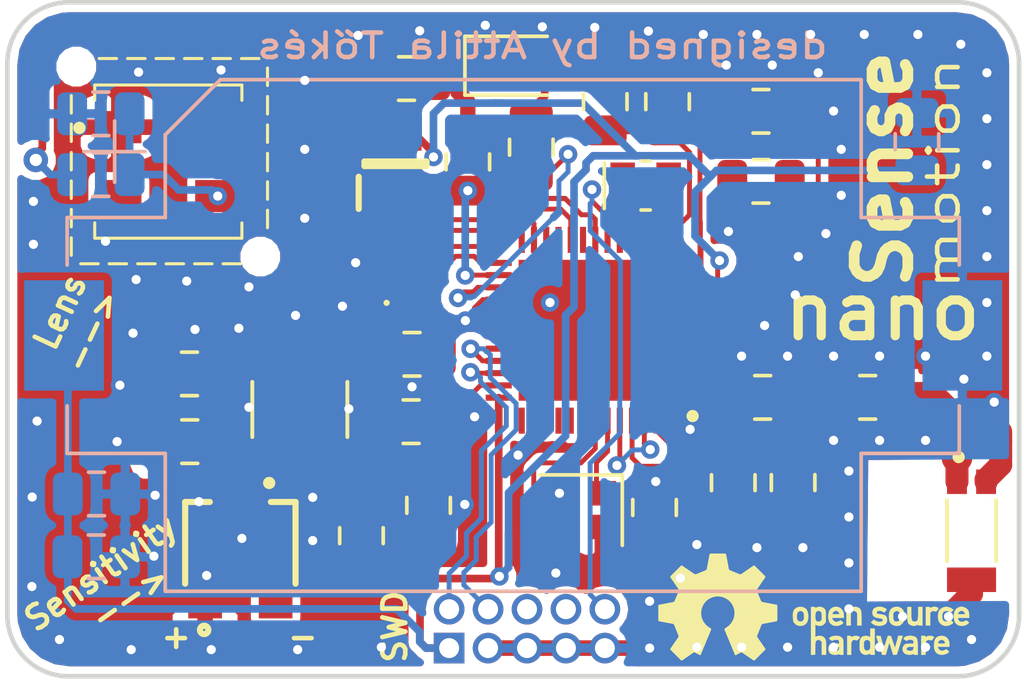
<source format=kicad_pcb>
(kicad_pcb (version 20171130) (host pcbnew 5.0.2-bee76a0~70~ubuntu18.04.1)
  (layers (0 F.Cu signal) (31 B.Cu signal hide) (34 B.Paste user hide) (35 F.Paste user hide) (36 B.SilkS user hide) (37 F.SilkS user) (38 B.Mask user hide) (39 F.Mask user hide) (44 Edge.Cuts user))
  (net 0 "")
  (net 1 GND)
  (net 2 +BATT)
  (net 3 "Net-(C2-Pad1)")
  (net 4 "Net-(C4-Pad1)")
  (net 5 "Net-(C5-Pad1)")
  (net 6 "Net-(C6-Pad1)")
  (net 7 "Net-(C7-Pad1)")
  (net 8 "Net-(C7-Pad2)")
  (net 9 "Net-(C8-Pad1)")
  (net 10 "Net-(C9-Pad1)")
  (net 11 "Net-(C11-Pad1)")
  (net 12 "Net-(C12-Pad1)")
  (net 13 "Net-(C12-Pad2)")
  (net 14 VDDA)
  (net 15 "Net-(IC2-Pad10)")
  (net 16 "Net-(IC1-Pad2)")
  (net 17 "Net-(IC1-Pad3)")
  (net 18 AnalogPowerEnable)
  (net 19 "Net-(IC2-Pad14)")
  (net 20 "Net-(IC2-Pad13)")
  (net 21 "Net-(IC2-Pad44)")
  (net 22 "Net-(IC2-Pad43)")
  (net 23 "Net-(IC2-Pad49)")
  (net 24 "Net-(IC2-Pad45)")
  (net 25 "Net-(IC2-Pad38)")
  (net 26 "Net-(IC2-Pad37)")
  (net 27 "Net-(IC2-Pad32)")
  (net 28 "Net-(IC2-Pad31)")
  (net 29 "Net-(IC2-Pad30)")
  (net 30 "Net-(IC2-Pad29)")
  (net 31 Ready)
  (net 32 "Net-(IC2-Pad24)")
  (net 33 SCL)
  (net 34 "Net-(IC2-Pad22)")
  (net 35 "Net-(IC2-Pad21)")
  (net 36 SDA)
  (net 37 "Net-(IC2-Pad19)")
  (net 38 Alert)
  (net 39 "Net-(IC2-Pad17)")
  (net 40 "Net-(IC2-Pad15)")
  (net 41 "Net-(IC2-Pad11)")
  (net 42 "Net-(IC2-Pad4)")
  (net 43 "Net-(IC2-Pad2)")
  (net 44 "Net-(IC4-Pad6)")
  (net 45 "Net-(AE1-Pad2)")
  (net 46 "Net-(RV1-Pad3)")
  (net 47 "Net-(D1-Pad2)")
  (net 48 "Net-(IC2-Pad27)")
  (net 49 RESET)
  (net 50 SWCLK)
  (net 51 SWDIO)
  (net 52 "Net-(IC2-Pad39)")
  (net 53 "Net-(IC2-Pad40)")
  (net 54 "Net-(IC2-Pad41)")
  (net 55 "Net-(J1-Pad8)")
  (net 56 "Net-(J1-Pad6)")
  (module nanoSense-Motion:jtag-10-pin (layer F.Cu) (at 154.96 53.78 90)
    (fp_text reference J1 hide)
    (fp_text value Conn_02x05_Odd_Even)
    (pad 10 thru_hole oval (at 1.27 5.08 90) (size 1 1) (drill 0.65) (layers *.Cu *.Mask) (net 49 RESET))
    (pad 9 thru_hole oval (at 0 5.08 90) (size 1 1) (drill 0.65) (layers *.Cu *.Mask) (net 1 GND))
    (pad 8 thru_hole oval (at 1.27 3.81 90) (size 1 1) (drill 0.65) (layers *.Cu *.Mask) (net 55 "Net-(J1-Pad8)"))
    (pad 7 thru_hole oval (at 0 3.81 90) (size 1 1) (drill 0.65) (layers *.Cu *.Mask) (net 1 GND))
    (pad 6 thru_hole oval (at 1.27 2.54 90) (size 1 1) (drill 0.65) (layers *.Cu *.Mask) (net 56 "Net-(J1-Pad6)"))
    (pad 5 thru_hole oval (at 0 2.54 90) (size 1 1) (drill 0.65) (layers *.Cu *.Mask) (net 1 GND))
    (pad 4 thru_hole oval (at 1.27 1.27 90) (size 1 1) (drill 0.65) (layers *.Cu *.Mask) (net 50 SWCLK))
    (pad 3 thru_hole oval (at 0 1.27 90) (size 1 1) (drill 0.65) (layers *.Cu *.Mask) (net 1 GND))
    (pad 2 thru_hole oval (at 1.27 0 90) (size 1 1) (drill 0.65) (layers *.Cu *.Mask) (net 51 SWDIO))
    (pad 1 thru_hole rect (at 0 0 90) (size 1 1) (drill 0.65) (layers *.Cu *.Mask) (net 2 +BATT))
  )
  (module nanoSense-Motion:OSHW-Logo_5.7x6mm_SilkScreen_edit (layer F.Cu) (at 163.45 53.2)
    (fp_text reference REF** hide)
    (fp_text value OSHW-Logo_5.7x6mm_SilkScreen_edit hide)
  )
  (module nanoSense-Motion:QFN40P600X600X100-49N (layer F.Cu) (at 159.527322 43.405278 180)
    (fp_text reference IC2 hide)
    (fp_text value NCH-RSL10-101Q48-ABG hide)
    (pad 1 smd rect (at -2.95 -2.2 270) (size 0.2 0.85) (layers F.Cu F.Paste F.Mask) (net 4 "Net-(C4-Pad1)"))
    (pad 2 smd rect (at -2.95 -1.8 270) (size 0.2 0.85) (layers F.Cu F.Paste F.Mask) (net 43 "Net-(IC2-Pad2)"))
    (pad 3 smd rect (at -2.95 -1.4 270) (size 0.2 0.85) (layers F.Cu F.Paste F.Mask) (net 1 GND))
    (pad 4 smd rect (at -2.95 -1 270) (size 0.2 0.85) (layers F.Cu F.Paste F.Mask) (net 42 "Net-(IC2-Pad4)"))
    (pad 5 smd rect (at -2.95 -0.6 270) (size 0.2 0.85) (layers F.Cu F.Paste F.Mask) (net 5 "Net-(C5-Pad1)"))
    (pad 6 smd rect (at -2.95 -0.2 270) (size 0.2 0.85) (layers F.Cu F.Paste F.Mask) (net 7 "Net-(C7-Pad1)"))
    (pad 7 smd rect (at -2.95 0.2 270) (size 0.2 0.85) (layers F.Cu F.Paste F.Mask) (net 8 "Net-(C7-Pad2)"))
    (pad 8 smd rect (at -2.95 0.6 270) (size 0.2 0.85) (layers F.Cu F.Paste F.Mask) (net 1 GND))
    (pad 9 smd rect (at -2.95 1 270) (size 0.2 0.85) (layers F.Cu F.Paste F.Mask) (net 2 +BATT))
    (pad 10 smd rect (at -2.95 1.4 270) (size 0.2 0.85) (layers F.Cu F.Paste F.Mask) (net 15 "Net-(IC2-Pad10)"))
    (pad 11 smd rect (at -2.95 1.8 270) (size 0.2 0.85) (layers F.Cu F.Paste F.Mask) (net 41 "Net-(IC2-Pad11)"))
    (pad 12 smd rect (at -2.95 2.2 270) (size 0.2 0.85) (layers F.Cu F.Paste F.Mask) (net 6 "Net-(C6-Pad1)"))
    (pad 13 smd rect (at -2.2 2.95 180) (size 0.2 0.85) (layers F.Cu F.Paste F.Mask) (net 20 "Net-(IC2-Pad13)"))
    (pad 14 smd rect (at -1.8 2.95 180) (size 0.2 0.85) (layers F.Cu F.Paste F.Mask) (net 19 "Net-(IC2-Pad14)"))
    (pad 15 smd rect (at -1.4 2.95 180) (size 0.2 0.85) (layers F.Cu F.Paste F.Mask) (net 40 "Net-(IC2-Pad15)"))
    (pad 16 smd rect (at -1 2.95 180) (size 0.2 0.85) (layers F.Cu F.Paste F.Mask) (net 49 RESET))
    (pad 17 smd rect (at -0.6 2.95 180) (size 0.2 0.85) (layers F.Cu F.Paste F.Mask) (net 39 "Net-(IC2-Pad17)"))
    (pad 18 smd rect (at -0.2 2.95 180) (size 0.2 0.85) (layers F.Cu F.Paste F.Mask) (net 33 SCL))
    (pad 19 smd rect (at 0.2 2.95 180) (size 0.2 0.85) (layers F.Cu F.Paste F.Mask) (net 37 "Net-(IC2-Pad19)"))
    (pad 20 smd rect (at 0.6 2.95 180) (size 0.2 0.85) (layers F.Cu F.Paste F.Mask) (net 36 SDA))
    (pad 21 smd rect (at 1 2.95 180) (size 0.2 0.85) (layers F.Cu F.Paste F.Mask) (net 35 "Net-(IC2-Pad21)"))
    (pad 22 smd rect (at 1.4 2.95 180) (size 0.2 0.85) (layers F.Cu F.Paste F.Mask) (net 34 "Net-(IC2-Pad22)"))
    (pad 23 smd rect (at 1.8 2.95 180) (size 0.2 0.85) (layers F.Cu F.Paste F.Mask) (net 38 Alert))
    (pad 24 smd rect (at 2.2 2.95 180) (size 0.2 0.85) (layers F.Cu F.Paste F.Mask) (net 32 "Net-(IC2-Pad24)"))
    (pad 25 smd rect (at 2.95 2.2 270) (size 0.2 0.85) (layers F.Cu F.Paste F.Mask) (net 31 Ready))
    (pad 26 smd rect (at 2.95 1.8 270) (size 0.2 0.85) (layers F.Cu F.Paste F.Mask) (net 18 AnalogPowerEnable))
    (pad 27 smd rect (at 2.95 1.4 270) (size 0.2 0.85) (layers F.Cu F.Paste F.Mask) (net 48 "Net-(IC2-Pad27)"))
    (pad 28 smd rect (at 2.95 1 270) (size 0.2 0.85) (layers F.Cu F.Paste F.Mask) (net 1 GND))
    (pad 29 smd rect (at 2.95 0.6 270) (size 0.2 0.85) (layers F.Cu F.Paste F.Mask) (net 30 "Net-(IC2-Pad29)"))
    (pad 30 smd rect (at 2.95 0.2 270) (size 0.2 0.85) (layers F.Cu F.Paste F.Mask) (net 29 "Net-(IC2-Pad30)"))
    (pad 31 smd rect (at 2.95 -0.2 270) (size 0.2 0.85) (layers F.Cu F.Paste F.Mask) (net 28 "Net-(IC2-Pad31)"))
    (pad 32 smd rect (at 2.95 -0.6 270) (size 0.2 0.85) (layers F.Cu F.Paste F.Mask) (net 27 "Net-(IC2-Pad32)"))
    (pad 33 smd rect (at 2.95 -1 270) (size 0.2 0.85) (layers F.Cu F.Paste F.Mask) (net 50 SWCLK))
    (pad 34 smd rect (at 2.95 -1.4 270) (size 0.2 0.85) (layers F.Cu F.Paste F.Mask) (net 51 SWDIO))
    (pad 35 smd rect (at 2.95 -1.8 270) (size 0.2 0.85) (layers F.Cu F.Paste F.Mask) (net 1 GND))
    (pad 36 smd rect (at 2.95 -2.2 270) (size 0.2 0.85) (layers F.Cu F.Paste F.Mask) (net 2 +BATT))
    (pad 37 smd rect (at 2.2 -2.95 180) (size 0.2 0.85) (layers F.Cu F.Paste F.Mask) (net 26 "Net-(IC2-Pad37)"))
    (pad 38 smd rect (at 1.8 -2.95 180) (size 0.2 0.85) (layers F.Cu F.Paste F.Mask) (net 25 "Net-(IC2-Pad38)"))
    (pad 39 smd rect (at 1.4 -2.95 180) (size 0.2 0.85) (layers F.Cu F.Paste F.Mask) (net 52 "Net-(IC2-Pad39)"))
    (pad 40 smd rect (at 1 -2.95 180) (size 0.2 0.85) (layers F.Cu F.Paste F.Mask) (net 53 "Net-(IC2-Pad40)"))
    (pad 41 smd rect (at 0.6 -2.95 180) (size 0.2 0.85) (layers F.Cu F.Paste F.Mask) (net 54 "Net-(IC2-Pad41)"))
    (pad 42 smd rect (at 0.2 -2.95 180) (size 0.2 0.85) (layers F.Cu F.Paste F.Mask) (net 1 GND))
    (pad 43 smd rect (at -0.2 -2.95 180) (size 0.2 0.85) (layers F.Cu F.Paste F.Mask) (net 22 "Net-(IC2-Pad43)"))
    (pad 44 smd rect (at -0.6 -2.95 180) (size 0.2 0.85) (layers F.Cu F.Paste F.Mask) (net 21 "Net-(IC2-Pad44)"))
    (pad 45 smd rect (at -1 -2.95 180) (size 0.2 0.85) (layers F.Cu F.Paste F.Mask) (net 24 "Net-(IC2-Pad45)"))
    (pad 46 smd rect (at -1.4 -2.95 180) (size 0.2 0.85) (layers F.Cu F.Paste F.Mask) (net 1 GND))
    (pad 47 smd rect (at -1.8 -2.95 180) (size 0.2 0.85) (layers F.Cu F.Paste F.Mask) (net 24 "Net-(IC2-Pad45)"))
    (pad 48 smd rect (at -2.2 -2.95 180) (size 0.2 0.85) (layers F.Cu F.Paste F.Mask) (net 9 "Net-(C8-Pad1)"))
    (pad 49 smd rect (at 0 0 180) (size 4.6 4.6) (layers F.Cu F.Paste F.Mask) (net 23 "Net-(IC2-Pad49)"))
  )
  (module nanoSense-Motion:PVG3A (layer F.Cu) (at 148.15 50.71)
    (fp_text reference RV1 hide)
    (fp_text value 2M hide)
    (pad 1 smd rect (at -1.15 1.65 90) (size 0.9 1.1) (layers F.Cu F.Paste F.Mask) (net 1 GND))
    (pad 2 smd rect (at 0 -1.65 90) (size 0.9 1.4) (layers F.Cu F.Paste F.Mask) (net 10 "Net-(C9-Pad1)"))
    (pad 3 smd rect (at 1.15 1.65 90) (size 0.9 1.1) (layers F.Cu F.Paste F.Mask) (net 46 "Net-(RV1-Pad3)"))
  )
  (module nanoSense-Motion:SOT95P280X125-5N (layer F.Cu) (at 150.09 45.99 90)
    (fp_text reference U1 hide)
    (fp_text value BU7265)
    (pad 1 smd rect (at -1.205 -0.95 90) (size 1.31 0.58) (layers F.Cu F.Paste F.Mask) (net 10 "Net-(C9-Pad1)"))
    (pad 2 smd rect (at -1.205 0 90) (size 1.31 0.58) (layers F.Cu F.Paste F.Mask) (net 1 GND))
    (pad 3 smd rect (at -1.205 0.95 90) (size 1.31 0.58) (layers F.Cu F.Paste F.Mask) (net 12 "Net-(C12-Pad1)"))
    (pad 4 smd rect (at 1.205 0.95 90) (size 1.31 0.58) (layers F.Cu F.Paste F.Mask) (net 13 "Net-(C12-Pad2)"))
    (pad 5 smd rect (at 1.205 -0.95 90) (size 1.31 0.58) (layers F.Cu F.Paste F.Mask) (net 14 VDDA))
  )
  (module nanoSense-Motion:SOT65P210X110-6N (layer F.Cu) (at 153.21 37.97 90)
    (fp_text reference IC4 hide)
    (fp_text value SIP32431DR3-T1GE3 hide)
    (pad 1 smd rect (at -0.95 -0.65 180) (size 0.4 1.05) (layers F.Cu F.Paste F.Mask) (net 14 VDDA))
    (pad 2 smd rect (at -0.95 0 180) (size 0.4 1.05) (layers F.Cu F.Paste F.Mask) (net 1 GND))
    (pad 3 smd rect (at -0.95 0.65 180) (size 0.4 1.05) (layers F.Cu F.Paste F.Mask) (net 18 AnalogPowerEnable))
    (pad 4 smd rect (at 0.95 0.65 180) (size 0.4 1.05) (layers F.Cu F.Paste F.Mask) (net 2 +BATT))
    (pad 5 smd rect (at 0.95 0 180) (size 0.4 1.05) (layers F.Cu F.Paste F.Mask) (net 1 GND))
    (pad 6 smd rect (at 0.95 -0.65 180) (size 0.4 1.05) (layers F.Cu F.Paste F.Mask) (net 44 "Net-(IC4-Pad6)"))
  )
  (module nanoSense-Motion:ANTENNA_W3008 (layer F.Cu) (at 172 49.95 90)
    (fp_text reference AE1 hide)
    (fp_text value W3008)
    (pad 1 smd rect (at -1.6 0 90) (size 0.8 1.6) (layers F.Cu F.Paste F.Mask) (net 1 GND))
    (pad 2 smd rect (at 1.6 -0.475 90) (size 0.8 0.65) (layers F.Cu F.Paste F.Mask) (net 45 "Net-(AE1-Pad2)"))
    (pad 1 smd rect (at 1.6 0.475 90) (size 0.8 0.65) (layers F.Cu F.Paste F.Mask) (net 1 GND))
  )
  (module nanoSense-Motion:ADS1018IRUGT (layer F.Cu) (at 153.67 41.31)
    (fp_text reference IC3 hide)
    (fp_text value ADS7142IRUGR hide)
    (pad 1 smd rect (at -0.75 0.64) (size 0.3 0.58) (layers F.Cu F.Paste F.Mask) (net 14 VDDA))
    (pad 2 smd rect (at -0.25 0.64) (size 0.25 0.58) (layers F.Cu F.Paste F.Mask) (net 10 "Net-(C9-Pad1)"))
    (pad 3 smd rect (at 0.25 0.64) (size 0.25 0.58) (layers F.Cu F.Paste F.Mask) (net 13 "Net-(C12-Pad2)"))
    (pad 4 smd rect (at 0.75 0.64) (size 0.3 0.58) (layers F.Cu F.Paste F.Mask) (net 1 GND))
    (pad 5 smd rect (at 0.86 0 90) (size 0.35 0.63) (layers F.Cu F.Paste F.Mask) (net 31 Ready))
    (pad 6 smd rect (at 0.75 -0.64) (size 0.3 0.58) (layers F.Cu F.Paste F.Mask) (net 38 Alert))
    (pad 7 smd rect (at 0.25 -0.64) (size 0.25 0.58) (layers F.Cu F.Paste F.Mask) (net 36 SDA))
    (pad 8 smd rect (at -0.25 -0.64) (size 0.25 0.58) (layers F.Cu F.Paste F.Mask) (net 33 SCL))
    (pad 9 smd rect (at -0.75 -0.64) (size 0.3 0.58) (layers F.Cu F.Paste F.Mask) (net 14 VDDA))
    (pad 10 smd rect (at -0.86 0 90) (size 0.35 0.63) (layers F.Cu F.Paste F.Mask) (net 1 GND))
  )
  (module nanoSense-Motion:PLN82301 (layer F.Cu) (at 145.8 37.9 270)
    (fp_text reference IC1 hide)
    (fp_text value PL-N823-01 hide)
    (pad "" np_thru_hole circle (at -3.1 3 270) (size 0.8 0.8) (drill 0.8) (layers *.Cu))
    (pad "" np_thru_hole circle (at 3.1 -3 270) (size 0.8 0.8) (drill 0.8) (layers *.Cu))
    (pad 1 smd rect (at -1.125 1.613 270) (size 1.05 1.475) (layers F.Cu F.Paste F.Mask) (net 1 GND))
    (pad 2 smd rect (at 1.125 1.613 270) (size 1.05 1.475) (layers F.Cu F.Paste F.Mask) (net 16 "Net-(IC1-Pad2)"))
    (pad 3 smd rect (at 1.125 -1.613 270) (size 1.05 1.475) (layers F.Cu F.Paste F.Mask) (net 17 "Net-(IC1-Pad3)"))
    (pad 4 smd rect (at -1.125 -1.613 270) (size 1.05 1.475) (layers F.Cu F.Paste F.Mask) (net 1 GND))
  )
  (module Battery:BatteryHolder_Keystone_1060_1x2032 (layer B.Cu) (at 157.05 43.575)
    (fp_text reference BT1 hide)
    (fp_text value Battery_Cell)
    (pad 2 smd rect (at 14.65 0 180) (size 2.6 3.6) (layers B.Cu B.Paste B.Mask) (net 1 GND))
    (pad 1 smd rect (at -14.65 0 180) (size 2.6 3.6) (layers B.Cu B.Paste B.Mask) (net 2 +BATT))
  )
  (module Capacitor_SMD:C_0805_2012Metric (layer B.Cu) (at 170.22 37.25 90)
    (fp_text reference C1 hide)
    (fp_text value 4.7uF)
    (pad 1 smd roundrect (at -0.9375 0 90) (size 0.975 1.4) (layers B.Cu B.Paste B.Mask) (net 2 +BATT))
    (pad 2 smd roundrect (at 0.9375 0 90) (size 0.975 1.4) (layers B.Cu B.Paste B.Mask) (net 1 GND))
  )
  (module Capacitor_SMD:C_0805_2012Metric (layer F.Cu) (at 166.18 48.3775 270)
    (fp_text reference C2 hide)
    (fp_text value 2.2pF)
    (pad 1 smd roundrect (at -0.9375 0 270) (size 0.975 1.4) (layers F.Cu F.Paste F.Mask) (net 3 "Net-(C2-Pad1)"))
    (pad 2 smd roundrect (at 0.9375 0 270) (size 0.975 1.4) (layers F.Cu F.Paste F.Mask) (net 1 GND))
  )
  (module Capacitor_SMD:C_0805_2012Metric (layer B.Cu) (at 143.45 50.8)
    (fp_text reference C3 hide)
    (fp_text value 100pF)
    (pad 2 smd roundrect (at 0.9375 0) (size 0.975 1.4) (layers B.Cu B.Paste B.Mask) (net 1 GND))
    (pad 1 smd roundrect (at -0.9375 0) (size 0.975 1.4) (layers B.Cu B.Paste B.Mask) (net 2 +BATT))
  )
  (module Capacitor_SMD:C_0805_2012Metric (layer F.Cu) (at 164.227322 48.380278 270)
    (fp_text reference C4 hide)
    (fp_text value 2.2pF)
    (pad 2 smd roundrect (at 0.9375 0 270) (size 0.975 1.4) (layers F.Cu F.Paste F.Mask) (net 1 GND))
    (pad 1 smd roundrect (at -0.9375 0 270) (size 0.975 1.4) (layers F.Cu F.Paste F.Mask) (net 4 "Net-(C4-Pad1)"))
  )
  (module Capacitor_SMD:C_0805_2012Metric (layer F.Cu) (at 165.132 36.258 180)
    (fp_text reference C5 hide)
    (fp_text value 1uF)
    (pad 1 smd roundrect (at -0.9375 0 180) (size 0.975 1.4) (layers F.Cu F.Paste F.Mask) (net 5 "Net-(C5-Pad1)"))
    (pad 2 smd roundrect (at 0.9375 0 180) (size 0.975 1.4) (layers F.Cu F.Paste F.Mask) (net 1 GND))
  )
  (module Capacitor_SMD:C_0805_2012Metric (layer F.Cu) (at 160.052 35.944 90)
    (fp_text reference C6 hide)
    (fp_text value 4.7uF)
    (pad 1 smd roundrect (at -0.9375 0 90) (size 0.975 1.4) (layers F.Cu F.Paste F.Mask) (net 6 "Net-(C6-Pad1)"))
    (pad 2 smd roundrect (at 0.9375 0 90) (size 0.975 1.4) (layers F.Cu F.Paste F.Mask) (net 1 GND))
  )
  (module Capacitor_SMD:C_0805_2012Metric (layer F.Cu) (at 165.132 38.544 180)
    (fp_text reference C7 hide)
    (fp_text value 1uF)
    (pad 1 smd roundrect (at -0.9375 0 180) (size 0.975 1.4) (layers F.Cu F.Paste F.Mask) (net 7 "Net-(C7-Pad1)"))
    (pad 2 smd roundrect (at 0.9375 0 180) (size 0.975 1.4) (layers F.Cu F.Paste F.Mask) (net 8 "Net-(C7-Pad2)"))
  )
  (module Capacitor_SMD:C_0805_2012Metric (layer F.Cu) (at 161.66 49.19 90)
    (fp_text reference C8 hide)
    (fp_text value 2.2uF)
    (pad 2 smd roundrect (at 0.9375 0 90) (size 0.975 1.4) (layers F.Cu F.Paste F.Mask) (net 1 GND))
    (pad 1 smd roundrect (at -0.9375 0 90) (size 0.975 1.4) (layers F.Cu F.Paste F.Mask) (net 9 "Net-(C8-Pad1)"))
  )
  (module Capacitor_SMD:C_0805_2012Metric (layer F.Cu) (at 146.5 47.04 180)
    (fp_text reference C9 hide)
    (fp_text value 15nF)
    (pad 2 smd roundrect (at 0.9375 0 180) (size 0.975 1.4) (layers F.Cu F.Paste F.Mask) (net 1 GND))
    (pad 1 smd roundrect (at -0.9375 0 180) (size 0.975 1.4) (layers F.Cu F.Paste F.Mask) (net 10 "Net-(C9-Pad1)"))
  )
  (module Capacitor_SMD:C_0805_2012Metric (layer B.Cu) (at 143.458627 48.749007)
    (fp_text reference C10 hide)
    (fp_text value 1uF)
    (pad 2 smd roundrect (at 0.9375 0) (size 0.975 1.4) (layers B.Cu B.Paste B.Mask) (net 1 GND))
    (pad 1 smd roundrect (at -0.9375 0) (size 0.975 1.4) (layers B.Cu B.Paste B.Mask) (net 2 +BATT))
  )
  (module Capacitor_SMD:C_0805_2012Metric (layer F.Cu) (at 152.1 50.11 270)
    (fp_text reference C11 hide)
    (fp_text value 1u)
    (pad 2 smd roundrect (at 0.9375 0 270) (size 0.975 1.4) (layers F.Cu F.Paste F.Mask) (net 1 GND))
    (pad 1 smd roundrect (at -0.9375 0 270) (size 0.975 1.4) (layers F.Cu F.Paste F.Mask) (net 11 "Net-(C11-Pad1)"))
  )
  (module Capacitor_SMD:C_0805_2012Metric (layer F.Cu) (at 153.72 46.39 180)
    (fp_text reference C12 hide)
    (fp_text value 22n)
    (pad 1 smd roundrect (at -0.9375 0 180) (size 0.975 1.4) (layers F.Cu F.Paste F.Mask) (net 12 "Net-(C12-Pad1)"))
    (pad 2 smd roundrect (at 0.9375 0 180) (size 0.975 1.4) (layers F.Cu F.Paste F.Mask) (net 13 "Net-(C12-Pad2)"))
  )
  (module Capacitor_SMD:C_0805_2012Metric (layer F.Cu) (at 153.57 35.19)
    (fp_text reference C13 hide)
    (fp_text value 0.1u)
    (pad 1 smd roundrect (at -0.9375 0) (size 0.975 1.4) (layers F.Cu F.Paste F.Mask) (net 14 VDDA))
    (pad 2 smd roundrect (at 0.9375 0) (size 0.975 1.4) (layers F.Cu F.Paste F.Mask) (net 1 GND))
  )
  (module Inductor_SMD:L_0805_2012Metric (layer F.Cu) (at 168.612322 45.595278)
    (fp_text reference L1 hide)
    (fp_text value 4.0nH)
    (pad 2 smd roundrect (at 0.9375 0) (size 0.975 1.4) (layers F.Cu F.Paste F.Mask) (net 45 "Net-(AE1-Pad2)"))
    (pad 1 smd roundrect (at -0.9375 0) (size 0.975 1.4) (layers F.Cu F.Paste F.Mask) (net 3 "Net-(C2-Pad1)"))
  )
  (module Inductor_SMD:L_0805_2012Metric (layer F.Cu) (at 165.187322 45.595278)
    (fp_text reference L2 hide)
    (fp_text value 3.1nH)
    (pad 1 smd roundrect (at -0.9375 0) (size 0.975 1.4) (layers F.Cu F.Paste F.Mask) (net 4 "Net-(C4-Pad1)"))
    (pad 2 smd roundrect (at 0.9375 0) (size 0.975 1.4) (layers F.Cu F.Paste F.Mask) (net 3 "Net-(C2-Pad1)"))
  )
  (module Inductor_SMD:L_0805_2012Metric (layer F.Cu) (at 162.084 35.944 270)
    (fp_text reference L3 hide)
    (fp_text value 2.2uH)
    (pad 1 smd roundrect (at -0.9375 0 270) (size 0.975 1.4) (layers F.Cu F.Paste F.Mask) (net 15 "Net-(IC2-Pad10)"))
    (pad 2 smd roundrect (at 0.9375 0 270) (size 0.975 1.4) (layers F.Cu F.Paste F.Mask) (net 6 "Net-(C6-Pad1)"))
  )
  (module Resistor_SMD:R_0805_2012Metric (layer F.Cu) (at 146.49 44.83 180)
    (fp_text reference R1 hide)
    (fp_text value 10k)
    (pad 1 smd roundrect (at -0.9375 0 180) (size 0.975 1.4) (layers F.Cu F.Paste F.Mask) (net 10 "Net-(C9-Pad1)"))
    (pad 2 smd roundrect (at 0.9375 0 180) (size 0.975 1.4) (layers F.Cu F.Paste F.Mask) (net 16 "Net-(IC1-Pad2)"))
  )
  (module Resistor_SMD:R_0805_2012Metric (layer B.Cu) (at 143.599814 38.323874)
    (fp_text reference R2 hide)
    (fp_text value 28k)
    (pad 1 smd roundrect (at -0.9375 0) (size 0.975 1.4) (layers B.Cu B.Paste B.Mask) (net 14 VDDA))
    (pad 2 smd roundrect (at 0.9375 0) (size 0.975 1.4) (layers B.Cu B.Paste B.Mask) (net 17 "Net-(IC1-Pad3)"))
  )
  (module Resistor_SMD:R_0805_2012Metric (layer B.Cu) (at 143.6 36.34 180)
    (fp_text reference R3 hide)
    (fp_text value 10k)
    (pad 2 smd roundrect (at 0.9375 0 180) (size 0.975 1.4) (layers B.Cu B.Paste B.Mask) (net 1 GND))
    (pad 1 smd roundrect (at -0.9375 0 180) (size 0.975 1.4) (layers B.Cu B.Paste B.Mask) (net 17 "Net-(IC1-Pad3)"))
  )
  (module Resistor_SMD:R_0805_2012Metric (layer F.Cu) (at 154.29 49.12 270)
    (fp_text reference R5 hide)
    (fp_text value 16k)
    (pad 1 smd roundrect (at -0.9375 0 270) (size 0.975 1.4) (layers F.Cu F.Paste F.Mask) (net 12 "Net-(C12-Pad1)"))
    (pad 2 smd roundrect (at 0.9375 0 270) (size 0.975 1.4) (layers F.Cu F.Paste F.Mask) (net 11 "Net-(C11-Pad1)"))
  )
  (module Resistor_SMD:R_0805_2012Metric (layer F.Cu) (at 153.75 44.19 180)
    (fp_text reference R6 hide)
    (fp_text value 3.3k)
    (pad 1 smd roundrect (at -0.9375 0 180) (size 0.975 1.4) (layers F.Cu F.Paste F.Mask) (net 12 "Net-(C12-Pad1)"))
    (pad 2 smd roundrect (at 0.9375 0 180) (size 0.975 1.4) (layers F.Cu F.Paste F.Mask) (net 13 "Net-(C12-Pad2)"))
  )
  (module Resistor_SMD:R_0805_2012Metric (layer F.Cu) (at 155.57 37.91 90)
    (fp_text reference R7 hide)
    (fp_text value 100k)
    (pad 2 smd roundrect (at 0.9375 0 90) (size 0.975 1.4) (layers F.Cu F.Paste F.Mask) (net 1 GND))
    (pad 1 smd roundrect (at -0.9375 0 90) (size 0.975 1.4) (layers F.Cu F.Paste F.Mask) (net 18 AnalogPowerEnable))
  )
  (module Crystal:Crystal_SMD_2016-4Pin_2.0x1.6mm (layer F.Cu) (at 159.258 49.276 180)
    (fp_text reference Y2 hide)
    (fp_text value 48Mhz)
    (pad 1 smd rect (at -0.7 0.55 180) (size 0.9 0.8) (layers F.Cu F.Paste F.Mask) (net 21 "Net-(IC2-Pad44)"))
    (pad 2 smd rect (at 0.7 0.55 180) (size 0.9 0.8) (layers F.Cu F.Paste F.Mask) (net 1 GND))
    (pad 3 smd rect (at 0.7 -0.55 180) (size 0.9 0.8) (layers F.Cu F.Paste F.Mask) (net 22 "Net-(IC2-Pad43)"))
    (pad 4 smd rect (at -0.7 -0.55 180) (size 0.9 0.8) (layers F.Cu F.Paste F.Mask) (net 1 GND))
  )
  (module Crystal:Crystal_SMD_MicroCrystal_CC8V-T1A-2Pin_2.0x1.2mm (layer F.Cu) (at 161.37 38.68)
    (fp_text reference Y1 hide)
    (fp_text value 32.768kHz)
    (pad 1 smd rect (at -0.75 0) (size 0.8 1.5) (layers F.Cu F.Paste F.Mask) (net 19 "Net-(IC2-Pad14)"))
    (pad 2 smd rect (at 0.75 0) (size 0.8 1.5) (layers F.Cu F.Paste F.Mask) (net 20 "Net-(IC2-Pad13)"))
  )
  (module LED_SMD:LED_0805_2012Metric (layer F.Cu) (at 157.16 34.77)
    (fp_text reference D1 hide)
    (fp_text value LED_Small)
    (pad 1 smd roundrect (at -0.9375 0) (size 0.975 1.4) (layers F.Cu F.Paste F.Mask) (net 1 GND))
    (pad 2 smd roundrect (at 0.9375 0) (size 0.975 1.4) (layers F.Cu F.Paste F.Mask) (net 47 "Net-(D1-Pad2)"))
  )
  (module Resistor_SMD:R_0805_2012Metric (layer F.Cu) (at 157.64 37.43 270)
    (fp_text reference R4 hide)
    (fp_text value 100)
    (pad 1 smd roundrect (at -0.9375 0 270) (size 0.975 1.4) (layers F.Cu F.Paste F.Mask) (net 47 "Net-(D1-Pad2)"))
    (pad 2 smd roundrect (at 0.9375 0 270) (size 0.975 1.4) (layers F.Cu F.Paste F.Mask) (net 48 "Net-(IC2-Pad27)"))
  )
  (module nanoSense-Motion:oshw-logo-2 (layer F.Cu) (at 163.6 53.525)
    (fp_text reference svg2mod hide)
    (fp_text value G*** hide)
  )
  (gr_text "designed by Attila Tőkés" (at 158 34.125) (layer B.SilkS) (effects (font (size 0.8 1)) (justify mirror)))
  (gr_text ------ (at 149 34.6 90) (layer F.SilkS) (effects (font (size 0.5 0.75) (thickness 0.1)) (justify right)))
  (gr_text ------ (at 142.6 35.5 90) (layer F.SilkS) (effects (font (size 0.5 0.75) (thickness 0.1)) (justify right)))
  (gr_text ------ (at 148.4 41.2) (layer F.SilkS) (effects (font (size 0.5 0.75) (thickness 0.1)) (justify right)))
  (gr_text ------ (at 149 34.5) (layer F.SilkS) (effects (font (size 0.5 0.75) (thickness 0.1)) (justify right)))
  (gr_text "Lens\n-->" (at 143.4 41.82 65) (layer F.SilkS) (effects (font (size 0.75 0.75)) (justify right)))
  (gr_text motion (at 171.09 34.36 90) (layer F.SilkS) (effects (font (size 1 1.5)) (justify right)))
  (gr_text "nano\n" (at 172.46 42.79) (layer F.SilkS) (effects (font (size 1.75 1.75) (thickness 0.3)) (justify right)))
  (gr_text "Sense\n" (at 169.13 42.21 90) (layer F.SilkS) (effects (font (size 1.75 1.75) (thickness 0.35)) (justify left)))
  (gr_text "-\n" (at 150.75 53.4) (layer F.SilkS) (effects (font (size 0.75 0.75)) (justify right)))
  (gr_text "+\n" (at 146.62 53.4) (layer F.SilkS) (effects (font (size 0.75 0.75)) (justify right)))
  (gr_text SWD (at 153.19 51.82 90) (layer F.SilkS) (effects (font (size 0.75 0.75)) (justify right)))
  (gr_text "Sensitivity\n-->  " (at 146.36 50.12 35) (layer F.SilkS) (effects (font (size 0.75 0.75)) (justify right)))
  (gr_arc (start 171.55 34.7) (end 173.55 34.7) (angle -90) (layer Edge.Cuts) (width 0.15))
  (gr_arc (start 142.55 34.7) (end 142.55 32.7) (angle -90) (layer Edge.Cuts) (width 0.15))
  (gr_arc (start 142.55 52.7) (end 140.55 52.7) (angle -90) (layer Edge.Cuts) (width 0.15))
  (gr_arc (start 171.55 52.7) (end 171.55 54.7) (angle -90) (layer Edge.Cuts) (width 0.15))
  (gr_line (start 140.55 52.7) (end 140.55 34.7) (layer Edge.Cuts) (width 0.15))
  (gr_line (start 171.55 54.7) (end 142.55 54.7) (layer Edge.Cuts) (width 0.15))
  (gr_line (start 173.55 34.7) (end 173.55 52.7) (layer Edge.Cuts) (width 0.15))
  (gr_line (start 142.55 32.7) (end 171.55 32.7) (layer Edge.Cuts) (width 0.15))
  (via (at 145.33 50.78) (size 0.6) (drill 0.3) (layers F.Cu B.Cu) (net 1))
  (via (at 172.5 42.5) (size 0.6) (drill 0.3) (layers F.Cu B.Cu) (net 1))
  (via (at 172.5 44.25) (size 0.6) (drill 0.3) (layers F.Cu B.Cu) (net 1))
  (via (at 171.75 45) (size 0.6) (drill 0.3) (layers F.Cu B.Cu) (net 1))
  (via (at 170.5 44.25) (size 0.6) (drill 0.3) (layers F.Cu B.Cu) (net 1))
  (segment (start 172.475 48.275) (end 172.95 47.8) (width 0.75) (layer F.Cu) (net 1))
  (segment (start 172.475 48.35) (end 172.475 48.275) (width 0.75) (layer F.Cu) (net 1))
  (segment (start 172.95 47.8) (end 172.95 47.01) (width 0.75) (layer F.Cu) (net 1))
  (segment (start 172.95 47.01) (end 172.95 46.72) (width 0.75) (layer F.Cu) (net 1))
  (segment (start 156.23 53.78) (end 157.5 53.78) (width 0.25) (layer F.Cu) (net 1))
  (segment (start 157.5 53.78) (end 158.77 53.78) (width 0.25) (layer F.Cu) (net 1))
  (segment (start 158.77 53.78) (end 160.04 53.78) (width 0.25) (layer F.Cu) (net 1))
  (via (at 144.83 34.98) (size 0.6) (drill 0.3) (layers F.Cu B.Cu) (net 1))
  (segment (start 159.327322 47.170244) (end 159.327322 46.355278) (width 0.16) (layer F.Cu) (net 1))
  (via (at 158.558 48.726) (size 0.6) (drill 0.3) (layers F.Cu B.Cu) (net 1))
  (via (at 155.79 46.23) (size 0.6) (drill 0.3) (layers F.Cu B.Cu) (net 1))
  (segment (start 160.927322 47.569822) (end 161.7 48.3425) (width 0.16) (layer F.Cu) (net 1))
  (segment (start 160.927322 46.355278) (end 160.927322 47.569822) (width 0.16) (layer F.Cu) (net 1))
  (segment (start 161.7 48.3425) (end 161.7 48.3425) (width 0.25) (layer F.Cu) (net 1))
  (via (at 161.7 48.3425) (size 0.6) (drill 0.3) (layers F.Cu B.Cu) (net 1))
  (via (at 151.91 41.2) (size 0.6) (drill 0.3) (layers F.Cu B.Cu) (net 1))
  (segment (start 151.93 41.22) (end 151.91 41.2) (width 0.25) (layer F.Cu) (net 1))
  (segment (start 163.342298 42.805278) (end 162.477322 42.805278) (width 0.16) (layer F.Cu) (net 1))
  (segment (start 164.455001 41.692575) (end 163.342298 42.805278) (width 0.16) (layer F.Cu) (net 1))
  (segment (start 164.455001 40.865001) (end 164.455001 41.692575) (width 0.16) (layer F.Cu) (net 1))
  (via (at 155.49 43.09) (size 0.6) (drill 0.3) (layers F.Cu B.Cu) (net 1))
  (segment (start 154.265 35.19) (end 154.5075 35.19) (width 0.25) (layer F.Cu) (net 1))
  (segment (start 153.21 36.245) (end 154.265 35.19) (width 0.25) (layer F.Cu) (net 1))
  (segment (start 153.21 37.02) (end 153.21 36.245) (width 0.25) (layer F.Cu) (net 1))
  (via (at 149.95 42.92) (size 0.6) (drill 0.3) (layers F.Cu B.Cu) (net 1))
  (via (at 151.69 45.97) (size 0.6) (drill 0.3) (layers F.Cu B.Cu) (net 1))
  (via (at 162.82 46.64) (size 0.6) (drill 0.3) (layers F.Cu B.Cu) (net 1))
  (segment (start 155.91 36.6325) (end 155.57 36.9725) (width 0.25) (layer F.Cu) (net 1))
  (segment (start 162.82 47.064264) (end 163.04 47.284264) (width 0.25) (layer F.Cu) (net 1))
  (segment (start 162.82 46.64) (end 162.82 47.064264) (width 0.25) (layer F.Cu) (net 1))
  (segment (start 163.04 47.284264) (end 163.04 48.36) (width 0.25) (layer F.Cu) (net 1))
  (segment (start 163.04 48.36) (end 163.04 50.4) (width 0.25) (layer F.Cu) (net 1))
  (via (at 163.04 50.4) (size 0.6) (drill 0.3) (layers F.Cu B.Cu) (net 1))
  (segment (start 163.04 50.4) (end 163.04 53.75) (width 0.25) (layer F.Cu) (net 1))
  (segment (start 160.04 53.78) (end 161.5 53.78) (width 0.25) (layer F.Cu) (net 1))
  (segment (start 159.327322 47.170244) (end 157.629756 47.170244) (width 0.16) (layer F.Cu) (net 1))
  (via (at 167.5 47) (size 0.6) (drill 0.3) (layers F.Cu B.Cu) (net 1))
  (via (at 170.5 47) (size 0.6) (drill 0.3) (layers F.Cu B.Cu) (net 1))
  (via (at 169 47) (size 0.6) (drill 0.3) (layers F.Cu B.Cu) (net 1))
  (via (at 168 48) (size 0.6) (drill 0.3) (layers F.Cu B.Cu) (net 1))
  (via (at 168 49.5) (size 0.6) (drill 0.3) (layers F.Cu B.Cu) (net 1))
  (via (at 168 51) (size 0.6) (drill 0.3) (layers F.Cu B.Cu) (net 1))
  (via (at 168 52.5) (size 0.6) (drill 0.3) (layers F.Cu B.Cu) (net 1))
  (via (at 166.5 50.5) (size 0.6) (drill 0.3) (layers F.Cu B.Cu) (net 1))
  (via (at 165 50.5) (size 0.6) (drill 0.3) (layers F.Cu B.Cu) (net 1))
  (via (at 169 44.25) (size 0.6) (drill 0.3) (layers F.Cu B.Cu) (net 1))
  (via (at 167.5 44.25) (size 0.6) (drill 0.3) (layers F.Cu B.Cu) (net 1))
  (via (at 166 44.25) (size 0.6) (drill 0.3) (layers F.Cu B.Cu) (net 1))
  (via (at 164.5 44.25) (size 0.6) (drill 0.3) (layers F.Cu B.Cu) (net 1))
  (via (at 172.74 45.75) (size 0.6) (drill 0.3) (layers F.Cu B.Cu) (net 1))
  (segment (start 163.5 44.42) (end 163.86 44.42) (width 0.25) (layer F.Cu) (net 1))
  (segment (start 162.477322 44.805278) (end 163.114722 44.805278) (width 0.25) (layer F.Cu) (net 1))
  (segment (start 163.114722 44.805278) (end 163.5 44.42) (width 0.25) (layer F.Cu) (net 1))
  (segment (start 155.245 35.19) (end 154.5075 35.19) (width 0.5) (layer F.Cu) (net 1))
  (segment (start 156.2225 34.8) (end 155.635 34.8) (width 0.5) (layer F.Cu) (net 1))
  (segment (start 155.635 34.8) (end 155.245 35.19) (width 0.5) (layer F.Cu) (net 1))
  (segment (start 155.245 35.19) (end 155.245 35.625) (width 0.5) (layer F.Cu) (net 1))
  (segment (start 155.57 35.95) (end 155.57 36.9725) (width 0.5) (layer F.Cu) (net 1))
  (segment (start 155.245 35.625) (end 155.57 35.95) (width 0.5) (layer F.Cu) (net 1))
  (via (at 165.25 43.25) (size 0.6) (drill 0.3) (layers F.Cu B.Cu) (net 1))
  (via (at 166.25 42.25) (size 0.6) (drill 0.3) (layers F.Cu B.Cu) (net 1))
  (via (at 166.35 41) (size 0.6) (drill 0.3) (layers F.Cu B.Cu) (net 1))
  (via (at 167.25 40.25) (size 0.6) (drill 0.3) (layers F.Cu B.Cu) (net 1))
  (via (at 167.75 39) (size 0.6) (drill 0.3) (layers F.Cu B.Cu) (net 1))
  (via (at 167.75 37.5) (size 0.6) (drill 0.3) (layers F.Cu B.Cu) (net 1))
  (via (at 167.5 36.25) (size 0.6) (drill 0.3) (layers F.Cu B.Cu) (net 1))
  (via (at 167 35) (size 0.6) (drill 0.3) (layers F.Cu B.Cu) (net 1))
  (via (at 165.5 34.75) (size 0.6) (drill 0.3) (layers F.Cu B.Cu) (net 1))
  (via (at 164 34.75) (size 0.6) (drill 0.3) (layers F.Cu B.Cu) (net 1))
  (via (at 172.5 41) (size 0.6) (drill 0.3) (layers F.Cu B.Cu) (net 1))
  (via (at 172.5 39.5) (size 0.6) (drill 0.3) (layers F.Cu B.Cu) (net 1))
  (via (at 172.5 38) (size 0.6) (drill 0.3) (layers F.Cu B.Cu) (net 1))
  (via (at 172.5 36.5) (size 0.6) (drill 0.3) (layers F.Cu B.Cu) (net 1))
  (via (at 172.5 35) (size 0.6) (drill 0.3) (layers F.Cu B.Cu) (net 1))
  (via (at 171.65 34.07) (size 0.6) (drill 0.3) (layers F.Cu B.Cu) (net 1))
  (via (at 170.25 33.75) (size 0.6) (drill 0.3) (layers F.Cu B.Cu) (net 1))
  (via (at 168.5 33.75) (size 0.6) (drill 0.3) (layers F.Cu B.Cu) (net 1))
  (via (at 166.75 33.75) (size 0.6) (drill 0.3) (layers F.Cu B.Cu) (net 1))
  (via (at 172 53.5) (size 0.6) (drill 0.3) (layers F.Cu B.Cu) (net 1))
  (via (at 170.5 53.75) (size 0.6) (drill 0.3) (layers F.Cu B.Cu) (net 1))
  (via (at 169 53.75) (size 0.6) (drill 0.3) (layers F.Cu B.Cu) (net 1))
  (via (at 167.5 53.75) (size 0.6) (drill 0.3) (layers F.Cu B.Cu) (net 1))
  (via (at 166 53.75) (size 0.6) (drill 0.3) (layers F.Cu B.Cu) (net 1))
  (via (at 164.5 53.75) (size 0.6) (drill 0.3) (layers F.Cu B.Cu) (net 1))
  (via (at 169.75 52.75) (size 0.6) (drill 0.3) (layers F.Cu B.Cu) (net 1))
  (via (at 171.25 52.75) (size 0.6) (drill 0.3) (layers F.Cu B.Cu) (net 1))
  (segment (start 172 52) (end 171.25 52.75) (width 0.75) (layer F.Cu) (net 1))
  (segment (start 172 51.55) (end 172 52) (width 0.75) (layer F.Cu) (net 1))
  (segment (start 163.04 53.75) (end 163.04 53.75) (width 0.25) (layer F.Cu) (net 1))
  (via (at 163.04 53.75) (size 0.6) (drill 0.3) (layers F.Cu B.Cu) (net 1))
  (segment (start 161.5 53.78) (end 163.07 53.78) (width 0.25) (layer F.Cu) (net 1))
  (via (at 161.5 53.78) (size 0.6) (drill 0.3) (layers F.Cu B.Cu) (net 1))
  (via (at 161.5 52.25) (size 0.6) (drill 0.3) (layers F.Cu B.Cu) (net 1))
  (via (at 162.5 51.5) (size 0.6) (drill 0.3) (layers F.Cu B.Cu) (net 1))
  (via (at 152.75 53.75) (size 0.6) (drill 0.3) (layers F.Cu B.Cu) (net 1))
  (via (at 143.75 40.5) (size 0.6) (drill 0.3) (layers F.Cu B.Cu) (net 1))
  (via (at 144.75 41.75) (size 0.6) (drill 0.3) (layers F.Cu B.Cu) (net 1))
  (via (at 144.65 43.5) (size 0.6) (drill 0.3) (layers F.Cu B.Cu) (net 1))
  (via (at 141.4 39.2) (size 0.6) (drill 0.3) (layers F.Cu B.Cu) (net 1))
  (via (at 141.4 40.6) (size 0.6) (drill 0.3) (layers F.Cu B.Cu) (net 1))
  (via (at 146.4 41.8) (size 0.6) (drill 0.3) (layers F.Cu B.Cu) (net 1))
  (via (at 146.67 43.38) (size 0.6) (drill 0.3) (layers F.Cu B.Cu) (net 1))
  (via (at 148.1 43.34) (size 0.6) (drill 0.3) (layers F.Cu B.Cu) (net 1))
  (via (at 148.43 41.99) (size 0.6) (drill 0.3) (layers F.Cu B.Cu) (net 1))
  (via (at 144.22 45.2) (size 0.6) (drill 0.3) (layers F.Cu B.Cu) (net 1))
  (via (at 144.13 47.04) (size 0.6) (drill 0.3) (layers F.Cu B.Cu) (net 1))
  (via (at 145.37 48.79) (size 0.6) (drill 0.3) (layers F.Cu B.Cu) (net 1))
  (via (at 146.8 49) (size 0.6) (drill 0.3) (layers F.Cu B.Cu) (net 1))
  (via (at 148.2 50.2) (size 0.6) (drill 0.3) (layers F.Cu B.Cu) (net 1))
  (via (at 150.51 48.86) (size 0.6) (drill 0.3) (layers F.Cu B.Cu) (net 1))
  (via (at 151.48 42.62) (size 0.6) (drill 0.3) (layers F.Cu B.Cu) (net 1))
  (via (at 148.43 45.92) (size 0.6) (drill 0.3) (layers F.Cu B.Cu) (net 1))
  (via (at 150.25 39.75) (size 0.6) (drill 0.3) (layers F.Cu B.Cu) (net 1))
  (via (at 150.25 37.5) (size 0.6) (drill 0.3) (layers F.Cu B.Cu) (net 1))
  (via (at 150.25 35.25) (size 0.6) (drill 0.3) (layers F.Cu B.Cu) (net 1))
  (via (at 155.47 49.09) (size 0.6) (drill 0.3) (layers F.Cu B.Cu) (net 1))
  (via (at 150.51 50.27) (size 0.6) (drill 0.3) (layers F.Cu B.Cu) (net 1))
  (via (at 141.52 46.37) (size 0.6) (drill 0.3) (layers F.Cu B.Cu) (net 1))
  (via (at 141.36 48.85) (size 0.6) (drill 0.3) (layers F.Cu B.Cu) (net 1))
  (via (at 141.35 51.77) (size 0.6) (drill 0.3) (layers F.Cu B.Cu) (net 1))
  (via (at 165 33.75) (size 0.6) (drill 0.3) (layers F.Cu B.Cu) (net 1))
  (via (at 163.25 33.75) (size 0.6) (drill 0.3) (layers F.Cu B.Cu) (net 1))
  (via (at 161.46 33.64) (size 0.6) (drill 0.3) (layers F.Cu B.Cu) (net 1))
  (via (at 159.71 33.52) (size 0.6) (drill 0.3) (layers F.Cu B.Cu) (net 1))
  (via (at 158 33.5) (size 0.6) (drill 0.3) (layers F.Cu B.Cu) (net 1))
  (via (at 156.14 33.45) (size 0.6) (drill 0.3) (layers F.Cu B.Cu) (net 1))
  (via (at 154 33.63) (size 0.6) (drill 0.3) (layers F.Cu B.Cu) (net 1))
  (via (at 151.99 33.78) (size 0.6) (drill 0.3) (layers F.Cu B.Cu) (net 1))
  (via (at 147.05 51.41) (size 0.6) (drill 0.3) (layers F.Cu B.Cu) (net 1))
  (segment (start 152.02 41.31) (end 151.91 41.2) (width 0.25) (layer F.Cu) (net 1))
  (segment (start 152.81 41.31) (end 152.02 41.31) (width 0.25) (layer F.Cu) (net 1))
  (via (at 150.02 53.83) (size 0.6) (drill 0.3) (layers F.Cu B.Cu) (net 1))
  (via (at 147.2 53.83) (size 0.6) (drill 0.3) (layers F.Cu B.Cu) (net 1))
  (via (at 144.59 53.83) (size 0.6) (drill 0.3) (layers F.Cu B.Cu) (net 1))
  (via (at 142.25 53.5) (size 0.6) (drill 0.3) (layers F.Cu B.Cu) (net 1))
  (via (at 153.75 45.25) (size 0.6) (drill 0.3) (layers F.Cu B.Cu) (net 1))
  (via (at 147.52 34.91) (size 0.6) (drill 0.3) (layers F.Cu B.Cu) (net 1))
  (segment (start 164.455001 40.865001) (end 164.455001 40.545001) (width 0.16) (layer F.Cu) (net 1))
  (via (at 164.07 40.18) (size 0.6) (drill 0.3) (layers F.Cu B.Cu) (net 1))
  (segment (start 164.455001 40.545001) (end 164.435001 40.545001) (width 0.16) (layer F.Cu) (net 1))
  (segment (start 164.435001 40.545001) (end 164.07 40.18) (width 0.16) (layer F.Cu) (net 1))
  (segment (start 156.054987 42.405278) (end 156.577322 42.405278) (width 0.16) (layer F.Cu) (net 1))
  (segment (start 155.79 45.805736) (end 155.79 46.23) (width 0.16) (layer F.Cu) (net 1))
  (segment (start 155.79 45.396848) (end 155.79 45.805736) (width 0.16) (layer F.Cu) (net 1))
  (segment (start 155.98157 45.205278) (end 155.79 45.396848) (width 0.16) (layer F.Cu) (net 1))
  (segment (start 156.577322 45.205278) (end 155.98157 45.205278) (width 0.16) (layer F.Cu) (net 1))
  (segment (start 155.789999 42.790001) (end 155.49 43.09) (width 0.16) (layer F.Cu) (net 1))
  (segment (start 155.789999 42.670266) (end 155.789999 42.790001) (width 0.16) (layer F.Cu) (net 1))
  (segment (start 156.054987 42.405278) (end 155.789999 42.670266) (width 0.16) (layer F.Cu) (net 1))
  (via (at 157.21 47.48) (size 0.6) (drill 0.3) (layers F.Cu B.Cu) (net 1))
  (segment (start 157.629756 47.170244) (end 157.519756 47.170244) (width 0.16) (layer F.Cu) (net 1))
  (segment (start 157.519756 47.170244) (end 157.21 47.48) (width 0.16) (layer F.Cu) (net 1))
  (via (at 158.44 51.33) (size 0.6) (drill 0.3) (layers F.Cu B.Cu) (net 1))
  (segment (start 163.24731 42.405278) (end 163.718194 41.934394) (width 0.16) (layer F.Cu) (net 2))
  (segment (start 162.477322 42.405278) (end 163.24731 42.405278) (width 0.16) (layer F.Cu) (net 2))
  (segment (start 163.718194 41.934394) (end 163.718194 41.311806) (width 0.16) (layer F.Cu) (net 2))
  (segment (start 154.21 53.78) (end 154.01 53.58) (width 0.25) (layer F.Cu) (net 2))
  (segment (start 154.96 53.78) (end 154.21 53.78) (width 0.25) (layer F.Cu) (net 2))
  (segment (start 154.01 53.58) (end 154.01 51.89) (width 0.25) (layer F.Cu) (net 2))
  (segment (start 154.01 51.89) (end 154.39 51.51) (width 0.25) (layer F.Cu) (net 2))
  (via (at 156.6 51.44) (size 0.6) (drill 0.3) (layers F.Cu B.Cu) (net 2))
  (segment (start 154.39 51.51) (end 156.53 51.51) (width 0.25) (layer F.Cu) (net 2))
  (segment (start 156.53 51.51) (end 156.6 51.44) (width 0.25) (layer F.Cu) (net 2))
  (segment (start 156.899999 51.140001) (end 156.899999 49.980001) (width 0.25) (layer B.Cu) (net 2))
  (segment (start 156.6 51.44) (end 156.899999 51.140001) (width 0.25) (layer B.Cu) (net 2))
  (segment (start 156.577322 51.417322) (end 156.6 51.44) (width 0.25) (layer F.Cu) (net 2))
  (segment (start 156.577322 45.605278) (end 156.577322 51.417322) (width 0.25) (layer F.Cu) (net 2))
  (segment (start 170.22 38.1875) (end 163.6825 38.1875) (width 0.25) (layer B.Cu) (net 2))
  (via (at 154.45 37.75) (size 0.6) (drill 0.3) (layers F.Cu B.Cu) (net 2))
  (segment (start 163.48 38.39) (end 162.8 37.71) (width 0.25) (layer B.Cu) (net 2))
  (segment (start 163.6825 38.1875) (end 163.48 38.39) (width 0.25) (layer B.Cu) (net 2))
  (segment (start 154.45 37.61) (end 153.86 37.02) (width 0.25) (layer F.Cu) (net 2))
  (segment (start 154.45 37.75) (end 154.45 37.61) (width 0.25) (layer F.Cu) (net 2))
  (segment (start 154.45 37.75) (end 154.45 36.33) (width 0.25) (layer B.Cu) (net 2))
  (segment (start 154.45 36.33) (end 154.79 35.99) (width 0.25) (layer B.Cu) (net 2))
  (segment (start 142.5225 43.6975) (end 142.4 43.575) (width 0.25) (layer B.Cu) (net 2))
  (segment (start 142.5225 52.23) (end 142.5225 43.6975) (width 0.25) (layer B.Cu) (net 2))
  (segment (start 154.96 53.78) (end 154.21 53.78) (width 0.25) (layer B.Cu) (net 2))
  (segment (start 154.21 53.78) (end 154 53.57) (width 0.25) (layer B.Cu) (net 2))
  (segment (start 154 53.57) (end 154 53.25) (width 0.25) (layer B.Cu) (net 2))
  (segment (start 142.7925 52.5) (end 142.5225 52.23) (width 0.25) (layer B.Cu) (net 2))
  (segment (start 154 53.25) (end 153.25 52.5) (width 0.25) (layer B.Cu) (net 2))
  (segment (start 153.25 52.5) (end 142.7925 52.5) (width 0.25) (layer B.Cu) (net 2))
  (segment (start 156.43 35.99) (end 159.32 35.99) (width 0.25) (layer B.Cu) (net 2))
  (segment (start 162.8 37.71) (end 161.04 37.71) (width 0.25) (layer B.Cu) (net 2))
  (segment (start 156.43 35.99) (end 156.72 35.99) (width 0.25) (layer B.Cu) (net 2))
  (segment (start 159.32 35.99) (end 161.04 37.71) (width 0.25) (layer B.Cu) (net 2))
  (segment (start 154.79 35.99) (end 156.43 35.99) (width 0.25) (layer B.Cu) (net 2))
  (via (at 163.78 41.13) (size 0.6) (drill 0.3) (layers F.Cu B.Cu) (net 2))
  (segment (start 163.718194 41.311806) (end 163.718194 41.191806) (width 0.16) (layer F.Cu) (net 2))
  (segment (start 163.718194 41.191806) (end 163.78 41.13) (width 0.16) (layer F.Cu) (net 2))
  (segment (start 162.98 40.33) (end 163.78 41.13) (width 0.25) (layer B.Cu) (net 2))
  (segment (start 162.98 38.89) (end 162.98 40.33) (width 0.25) (layer B.Cu) (net 2))
  (segment (start 163.48 38.39) (end 162.98 38.89) (width 0.25) (layer B.Cu) (net 2))
  (segment (start 156.899999 48.710001) (end 156.899999 51.140001) (width 0.25) (layer B.Cu) (net 2))
  (segment (start 158.76 42.91) (end 158.76 46.85) (width 0.25) (layer B.Cu) (net 2))
  (segment (start 161.04 37.71) (end 159.655802 37.71) (width 0.25) (layer B.Cu) (net 2))
  (segment (start 159.425001 38.166201) (end 159.034307 38.556895) (width 0.25) (layer B.Cu) (net 2))
  (segment (start 159.655802 37.71) (end 159.425001 37.940801) (width 0.25) (layer B.Cu) (net 2))
  (segment (start 159.034307 42.635693) (end 158.76 42.91) (width 0.25) (layer B.Cu) (net 2))
  (segment (start 158.76 46.85) (end 156.899999 48.710001) (width 0.25) (layer B.Cu) (net 2))
  (segment (start 159.425001 37.940801) (end 159.425001 38.166201) (width 0.25) (layer B.Cu) (net 2))
  (segment (start 159.034307 38.556895) (end 159.034307 42.635693) (width 0.25) (layer B.Cu) (net 2))
  (segment (start 166.24 45.710456) (end 166.124822 45.595278) (width 0.25) (layer F.Cu) (net 3))
  (segment (start 166.124822 45.595278) (end 167.674822 45.595278) (width 1) (layer F.Cu) (net 3))
  (segment (start 166.15 45.620456) (end 166.124822 45.595278) (width 0.5) (layer F.Cu) (net 3))
  (segment (start 166.15 47.45) (end 166.15 45.620456) (width 0.5) (layer F.Cu) (net 3))
  (segment (start 163.737322 45.595278) (end 163.727322 45.605278) (width 1) (layer F.Cu) (net 4))
  (segment (start 164.249822 45.595278) (end 163.737322 45.595278) (width 1) (layer F.Cu) (net 4))
  (segment (start 162.477322 45.605278) (end 163.727322 45.605278) (width 0.25) (layer F.Cu) (net 4))
  (segment (start 164.197322 45.647778) (end 164.249822 45.595278) (width 0.5) (layer F.Cu) (net 4))
  (segment (start 164.197322 47.452778) (end 164.197322 45.647778) (width 0.5) (layer F.Cu) (net 4))
  (segment (start 162.477322 44.005278) (end 163.08 44.005278) (width 0.16) (layer F.Cu) (net 5))
  (segment (start 163.08 44.005278) (end 163.342298 44.005278) (width 0.16) (layer F.Cu) (net 5))
  (segment (start 163.08 44.005278) (end 163.627262 44.005278) (width 0.16) (layer F.Cu) (net 5))
  (segment (start 165.624518 42.008022) (end 165.624518 39.895482) (width 0.16) (layer F.Cu) (net 5))
  (segment (start 163.627262 44.005278) (end 165.624518 42.008022) (width 0.16) (layer F.Cu) (net 5))
  (segment (start 165.624518 39.895482) (end 165.81 39.71) (width 0.16) (layer F.Cu) (net 5))
  (segment (start 165.81 39.71) (end 166.74 39.71) (width 0.16) (layer F.Cu) (net 5))
  (segment (start 166.657 36.258) (end 167 36.601) (width 0.16) (layer F.Cu) (net 5))
  (segment (start 166.0695 36.258) (end 166.657 36.258) (width 0.16) (layer F.Cu) (net 5))
  (segment (start 167 39.45) (end 166.74 39.71) (width 0.16) (layer F.Cu) (net 5))
  (segment (start 167 36.601) (end 167 39.45) (width 0.16) (layer F.Cu) (net 5))
  (segment (start 162.477322 39.960678) (end 162.477322 41.205278) (width 0.16) (layer F.Cu) (net 6))
  (segment (start 162.084 36.8815) (end 162.4215 36.8815) (width 0.25) (layer F.Cu) (net 6))
  (segment (start 162.084 36.8815) (end 160.052 36.8815) (width 0.25) (layer F.Cu) (net 6))
  (segment (start 162.8 39.638) (end 162.7 39.738) (width 0.16) (layer F.Cu) (net 6))
  (segment (start 162.8 37.5975) (end 162.8 39.638) (width 0.16) (layer F.Cu) (net 6))
  (segment (start 162.084 36.8815) (end 162.8 37.5975) (width 0.16) (layer F.Cu) (net 6))
  (segment (start 162.814 39.624) (end 162.7 39.738) (width 0.16) (layer F.Cu) (net 6))
  (segment (start 162.7 39.738) (end 162.477322 39.960678) (width 0.16) (layer F.Cu) (net 6))
  (segment (start 162.477322 43.605278) (end 163.24731 43.605278) (width 0.16) (layer F.Cu) (net 7))
  (segment (start 162.477322 43.605278) (end 163.532274 43.605278) (width 0.16) (layer F.Cu) (net 7))
  (segment (start 163.532274 43.605278) (end 165.274508 41.863044) (width 0.16) (layer F.Cu) (net 7))
  (segment (start 165.274508 39.338992) (end 166.0695 38.544) (width 0.16) (layer F.Cu) (net 7))
  (segment (start 165.274508 41.863044) (end 165.274508 39.338992) (width 0.16) (layer F.Cu) (net 7))
  (segment (start 164.9245 39.274) (end 164.1945 38.544) (width 0.16) (layer F.Cu) (net 8))
  (segment (start 164.9245 41.718064) (end 164.9245 39.274) (width 0.16) (layer F.Cu) (net 8))
  (segment (start 162.477322 43.205278) (end 163.437286 43.205278) (width 0.16) (layer F.Cu) (net 8))
  (segment (start 163.437286 43.205278) (end 164.9245 41.718064) (width 0.16) (layer F.Cu) (net 8))
  (segment (start 161.727322 46.680278) (end 161.727322 46.355278) (width 0.16) (layer F.Cu) (net 9))
  (segment (start 162.14 47.092956) (end 161.727322 46.680278) (width 0.16) (layer F.Cu) (net 9))
  (segment (start 162.67499 49.11251) (end 162.216237 49.571263) (width 0.16) (layer F.Cu) (net 9))
  (segment (start 162.216237 49.571263) (end 161.66 50.1275) (width 0.16) (layer F.Cu) (net 9))
  (segment (start 162.67499 47.63499) (end 162.67499 49.11251) (width 0.16) (layer F.Cu) (net 9))
  (segment (start 162.14 47.1) (end 162.67499 47.63499) (width 0.16) (layer F.Cu) (net 9))
  (segment (start 148.985 47.04) (end 149.14 47.195) (width 0.25) (layer F.Cu) (net 10))
  (segment (start 148.15 49.06) (end 148.15 47.13) (width 0.25) (layer F.Cu) (net 10))
  (segment (start 148.15 47.13) (end 148.06 47.04) (width 0.25) (layer F.Cu) (net 10))
  (segment (start 147.4375 47.04) (end 148.06 47.04) (width 0.25) (layer F.Cu) (net 10))
  (segment (start 148.06 47.04) (end 148.985 47.04) (width 0.25) (layer F.Cu) (net 10))
  (segment (start 147.4375 44.84) (end 147.4275 44.83) (width 0.25) (layer F.Cu) (net 10))
  (segment (start 147.4375 47.04) (end 147.4375 44.84) (width 0.25) (layer F.Cu) (net 10))
  (segment (start 153.03 42.88) (end 153.42 42.49) (width 0.25) (layer F.Cu) (net 10))
  (segment (start 153.42 42.49) (end 153.42 41.95) (width 0.25) (layer F.Cu) (net 10))
  (segment (start 150.6 43.73) (end 151.52 43.73) (width 0.25) (layer F.Cu) (net 10))
  (segment (start 152.37 42.88) (end 153.03 42.88) (width 0.25) (layer F.Cu) (net 10))
  (segment (start 149.14 46.29) (end 149.44 45.99) (width 0.25) (layer F.Cu) (net 10))
  (segment (start 151.52 43.73) (end 152.37 42.88) (width 0.25) (layer F.Cu) (net 10))
  (segment (start 149.44 45.99) (end 149.72 45.99) (width 0.25) (layer F.Cu) (net 10))
  (segment (start 149.72 45.99) (end 150.13 45.58) (width 0.25) (layer F.Cu) (net 10))
  (segment (start 150.13 45.58) (end 150.13 44.2) (width 0.25) (layer F.Cu) (net 10))
  (segment (start 149.14 47.195) (end 149.14 46.29) (width 0.25) (layer F.Cu) (net 10))
  (segment (start 150.13 44.2) (end 150.6 43.73) (width 0.25) (layer F.Cu) (net 10))
  (segment (start 153.49 50.0575) (end 154.29 50.0575) (width 0.25) (layer F.Cu) (net 11))
  (segment (start 153.0625 49.63) (end 153.49 50.0575) (width 0.25) (layer F.Cu) (net 11))
  (segment (start 152.975 49.1725) (end 153.0625 49.26) (width 0.25) (layer F.Cu) (net 11))
  (segment (start 152.1 49.1725) (end 152.975 49.1725) (width 0.25) (layer F.Cu) (net 11))
  (segment (start 153.0625 49.26) (end 153.0625 49.63) (width 0.25) (layer F.Cu) (net 11))
  (segment (start 151.53 47.85) (end 152.95 47.85) (width 0.25) (layer F.Cu) (net 12))
  (segment (start 152.95 47.85) (end 153.2825 48.1825) (width 0.25) (layer F.Cu) (net 12))
  (segment (start 151.04 47.195) (end 151.04 47.36) (width 0.25) (layer F.Cu) (net 12))
  (segment (start 153.2825 48.1825) (end 154.29 48.1825) (width 0.25) (layer F.Cu) (net 12))
  (segment (start 151.04 47.36) (end 151.53 47.85) (width 0.25) (layer F.Cu) (net 12))
  (segment (start 154.29 47.5575) (end 154.29 48.1825) (width 0.25) (layer F.Cu) (net 12))
  (segment (start 154.6575 46.39) (end 154.6575 47.19) (width 0.25) (layer F.Cu) (net 12))
  (segment (start 154.6575 47.19) (end 154.29 47.5575) (width 0.25) (layer F.Cu) (net 12))
  (segment (start 154.6575 44.22) (end 154.6875 44.19) (width 0.25) (layer F.Cu) (net 12))
  (segment (start 154.6575 46.39) (end 154.6575 44.22) (width 0.25) (layer F.Cu) (net 12))
  (segment (start 152.7825 44.22) (end 152.8125 44.19) (width 0.25) (layer F.Cu) (net 13))
  (segment (start 152.7825 46.39) (end 152.7825 44.22) (width 0.25) (layer F.Cu) (net 13))
  (segment (start 152.175 44.19) (end 152.8125 44.19) (width 0.25) (layer F.Cu) (net 13))
  (segment (start 151.04 44.785) (end 151.58 44.785) (width 0.25) (layer F.Cu) (net 13))
  (segment (start 151.58 44.785) (end 152.175 44.19) (width 0.25) (layer F.Cu) (net 13))
  (segment (start 153.368737 43.34) (end 153.92 42.788737) (width 0.25) (layer F.Cu) (net 13))
  (segment (start 153.92 42.788737) (end 153.92 41.95) (width 0.25) (layer F.Cu) (net 13))
  (segment (start 153.368737 43.633763) (end 153.368737 43.34) (width 0.25) (layer F.Cu) (net 13))
  (segment (start 152.8125 44.19) (end 153.368737 43.633763) (width 0.25) (layer F.Cu) (net 13))
  (via (at 141.478 37.846) (size 0.8) (drill 0.4) (layers F.Cu B.Cu) (net 14))
  (segment (start 142.662314 38.323874) (end 141.955874 38.323874) (width 0.25) (layer B.Cu) (net 14))
  (segment (start 141.955874 38.323874) (end 141.478 37.846) (width 0.25) (layer B.Cu) (net 14))
  (segment (start 152.82 40.58) (end 151.52 40.58) (width 0.25) (layer F.Cu) (net 14))
  (segment (start 151.52 35.15) (end 151.56 35.19) (width 0.25) (layer F.Cu) (net 14))
  (segment (start 151.56 35.19) (end 152.6325 35.19) (width 0.25) (layer F.Cu) (net 14))
  (segment (start 149.14 43.91) (end 149.14 44.785) (width 0.25) (layer F.Cu) (net 14))
  (segment (start 152.56 38.92) (end 151.56 38.92) (width 0.25) (layer F.Cu) (net 14))
  (segment (start 151.52 35.15) (end 151.52 38.88) (width 0.25) (layer F.Cu) (net 14))
  (segment (start 151.56 38.92) (end 151.52 38.88) (width 0.25) (layer F.Cu) (net 14))
  (segment (start 150.94 33.75) (end 151.52 34.33) (width 0.25) (layer F.Cu) (net 14))
  (segment (start 151.52 34.33) (end 151.52 35.15) (width 0.25) (layer F.Cu) (net 14))
  (segment (start 142.25 33.75) (end 150.94 33.75) (width 0.25) (layer F.Cu) (net 14))
  (segment (start 141.478 37.846) (end 141.478 37.672) (width 0.25) (layer F.Cu) (net 14))
  (segment (start 141.69 37.46) (end 141.69 34.31) (width 0.25) (layer F.Cu) (net 14))
  (segment (start 141.478 37.672) (end 141.69 37.46) (width 0.25) (layer F.Cu) (net 14))
  (segment (start 141.69 34.31) (end 142.25 33.75) (width 0.25) (layer F.Cu) (net 14))
  (segment (start 151.52 40) (end 151.52 40.08) (width 0.25) (layer F.Cu) (net 14))
  (segment (start 151.52 40) (end 151.52 40.58) (width 0.25) (layer F.Cu) (net 14))
  (segment (start 151.52 38.88) (end 151.52 40) (width 0.25) (layer F.Cu) (net 14))
  (segment (start 149.14 42.46) (end 149.14 43.6) (width 0.25) (layer F.Cu) (net 14))
  (segment (start 149.14 43.1) (end 149.14 43.6) (width 0.25) (layer F.Cu) (net 14))
  (segment (start 149.14 43.6) (end 149.14 43.91) (width 0.25) (layer F.Cu) (net 14))
  (segment (start 152.82 41.86) (end 151.06 41.86) (width 0.25) (layer F.Cu) (net 14))
  (segment (start 151.06 41.86) (end 150.4 41.2) (width 0.25) (layer F.Cu) (net 14))
  (segment (start 151.52 40.08) (end 150.4 41.2) (width 0.25) (layer F.Cu) (net 14))
  (segment (start 150.4 41.2) (end 149.14 42.46) (width 0.25) (layer F.Cu) (net 14))
  (segment (start 162.884 35.0065) (end 163.160008 35.282508) (width 0.16) (layer F.Cu) (net 15))
  (segment (start 162.084 35.0065) (end 162.884 35.0065) (width 0.16) (layer F.Cu) (net 15))
  (segment (start 163.062322 42.005278) (end 163.175 41.8926) (width 0.16) (layer F.Cu) (net 15))
  (segment (start 163.175 41.8926) (end 163.175 40.74) (width 0.16) (layer F.Cu) (net 15))
  (segment (start 163.154999 40.719999) (end 163.175 40.74) (width 0.16) (layer F.Cu) (net 15))
  (segment (start 163.175 40.74) (end 163.175 40.65) (width 0.16) (layer F.Cu) (net 15))
  (segment (start 163.154999 39.862842) (end 163.154999 40.719999) (width 0.16) (layer F.Cu) (net 15))
  (segment (start 163.062322 42.005278) (end 162.477322 42.005278) (width 0.16) (layer F.Cu) (net 15))
  (segment (start 163.142323 41.925277) (end 163.062322 42.005278) (width 0.16) (layer F.Cu) (net 15))
  (segment (start 163.142323 35.300193) (end 163.142323 41.925277) (width 0.16) (layer F.Cu) (net 15))
  (segment (start 163.160008 35.282508) (end 163.142323 35.300193) (width 0.16) (layer F.Cu) (net 15))
  (segment (start 144.187 39.8) (end 144.187 39.025) (width 0.25) (layer F.Cu) (net 16))
  (segment (start 145.5525 44.83) (end 145.5525 41.1655) (width 0.25) (layer F.Cu) (net 16))
  (segment (start 145.5525 41.1655) (end 144.187 39.8) (width 0.25) (layer F.Cu) (net 16))
  (segment (start 144.5375 38.323688) (end 144.537314 38.323874) (width 0.25) (layer B.Cu) (net 17))
  (segment (start 144.5375 36.34) (end 144.5375 38.323688) (width 0.25) (layer B.Cu) (net 17))
  (segment (start 147.213 38.825) (end 147.413 39.025) (width 0.25) (layer B.Cu) (net 17))
  (segment (start 146.145 38.825) (end 147.213 38.825) (width 0.25) (layer B.Cu) (net 17))
  (segment (start 145.643874 38.323874) (end 146.145 38.825) (width 0.25) (layer B.Cu) (net 17))
  (segment (start 144.537314 38.323874) (end 145.643874 38.323874) (width 0.25) (layer B.Cu) (net 17))
  (via (at 147.413 39.025) (size 0.6) (drill 0.3) (layers F.Cu B.Cu) (net 17))
  (via (at 155.57 38.8475) (size 0.6) (drill 0.3) (layers F.Cu B.Cu) (net 18))
  (segment (start 155.4975 38.92) (end 155.57 38.8475) (width 0.25) (layer F.Cu) (net 18))
  (segment (start 153.86 38.92) (end 155.4975 38.92) (width 0.25) (layer F.Cu) (net 18))
  (via (at 155.484873 41.615) (size 0.6) (drill 0.3) (layers F.Cu B.Cu) (net 18))
  (segment (start 156.577322 41.605278) (end 155.494595 41.605278) (width 0.16) (layer F.Cu) (net 18))
  (segment (start 155.494595 41.605278) (end 155.484873 41.615) (width 0.25) (layer F.Cu) (net 18))
  (segment (start 155.484873 38.932627) (end 155.57 38.8475) (width 0.25) (layer B.Cu) (net 18))
  (segment (start 155.484873 41.615) (end 155.484873 38.932627) (width 0.25) (layer B.Cu) (net 18))
  (segment (start 160.59 38.924) (end 160.59 38.608) (width 0.25) (layer F.Cu) (net 19))
  (segment (start 161.327322 39.780278) (end 161.207044 39.66) (width 0.16) (layer F.Cu) (net 19))
  (segment (start 161.327322 40.455278) (end 161.327322 39.780278) (width 0.16) (layer F.Cu) (net 19))
  (segment (start 161.207044 39.66) (end 160.8 39.66) (width 0.16) (layer F.Cu) (net 19))
  (segment (start 160.54 39.4) (end 160.54 38.72) (width 0.16) (layer F.Cu) (net 19))
  (segment (start 160.8 39.66) (end 160.54 39.4) (width 0.16) (layer F.Cu) (net 19))
  (segment (start 161.727322 40.455278) (end 161.727322 40.082678) (width 0.16) (layer F.Cu) (net 20))
  (segment (start 162.04 39.77) (end 162.04 38.72) (width 0.16) (layer F.Cu) (net 20))
  (segment (start 161.727322 40.082678) (end 162.04 39.77) (width 0.16) (layer F.Cu) (net 20))
  (segment (start 159.766 48.534) (end 159.958 48.726) (width 0.25) (layer F.Cu) (net 21))
  (segment (start 159.766 47.721542) (end 159.766 48.534) (width 0.16) (layer F.Cu) (net 21))
  (segment (start 160.127322 46.355278) (end 160.127322 47.36022) (width 0.16) (layer F.Cu) (net 21))
  (segment (start 160.127322 47.36022) (end 159.766 47.721542) (width 0.16) (layer F.Cu) (net 21))
  (segment (start 158.713002 49.826) (end 158.558 49.826) (width 0.25) (layer F.Cu) (net 22))
  (segment (start 157.858 49.826) (end 158.558 49.826) (width 0.16) (layer F.Cu) (net 22))
  (segment (start 159.727322 46.355278) (end 159.727322 47.265232) (width 0.16) (layer F.Cu) (net 22))
  (segment (start 159.727322 47.265232) (end 159.258 47.734554) (width 0.16) (layer F.Cu) (net 22))
  (segment (start 159.258 47.734554) (end 157.935446 47.734554) (width 0.16) (layer F.Cu) (net 22))
  (segment (start 157.72 47.95) (end 157.72 49.688) (width 0.16) (layer F.Cu) (net 22))
  (segment (start 157.72 49.688) (end 157.858 49.826) (width 0.16) (layer F.Cu) (net 22))
  (segment (start 157.935446 47.734554) (end 157.72 47.95) (width 0.16) (layer F.Cu) (net 22))
  (via (at 158.25 42.5) (size 0.6) (drill 0.3) (layers F.Cu B.Cu) (net 23))
  (via (at 160.433928 47.81729) (size 0.6) (drill 0.3) (layers F.Cu B.Cu) (net 24))
  (segment (start 160.527322 46.355278) (end 160.527322 47.723896) (width 0.16) (layer F.Cu) (net 24))
  (segment (start 160.527322 47.723896) (end 160.433928 47.81729) (width 0.16) (layer F.Cu) (net 24))
  (via (at 161.52 47.3) (size 0.6) (drill 0.3) (layers F.Cu B.Cu) (net 24))
  (segment (start 161.327322 46.355278) (end 161.327322 47.107322) (width 0.16) (layer F.Cu) (net 24))
  (segment (start 161.327322 47.107322) (end 161.53 47.31) (width 0.16) (layer F.Cu) (net 24))
  (segment (start 160.941218 47.31) (end 160.433928 47.81729) (width 0.16) (layer B.Cu) (net 24))
  (segment (start 161.53 47.31) (end 160.941218 47.31) (width 0.16) (layer B.Cu) (net 24))
  (segment (start 155.992322 41.205278) (end 156.577322 41.205278) (width 0.16) (layer F.Cu) (net 31))
  (segment (start 155.777054 40.99001) (end 155.992322 41.205278) (width 0.16) (layer F.Cu) (net 31))
  (segment (start 155.16999 40.99001) (end 155.777054 40.99001) (width 0.16) (layer F.Cu) (net 31))
  (segment (start 154.85 41.31) (end 155.16999 40.99001) (width 0.16) (layer F.Cu) (net 31))
  (segment (start 154.53 41.31) (end 154.85 41.31) (width 0.16) (layer F.Cu) (net 31))
  (segment (start 153.42 40.13) (end 153.754998 39.795002) (width 0.16) (layer F.Cu) (net 33))
  (segment (start 153.754998 39.795002) (end 156.095022 39.795002) (width 0.16) (layer F.Cu) (net 33))
  (segment (start 159.727322 39.780278) (end 159.727322 40.455278) (width 0.16) (layer F.Cu) (net 33))
  (segment (start 153.42 40.67) (end 153.42 40.13) (width 0.16) (layer F.Cu) (net 33))
  (segment (start 158.240008 39.099992) (end 158.742024 39.099992) (width 0.16) (layer F.Cu) (net 33))
  (segment (start 156.790024 39.1) (end 158.24 39.1) (width 0.16) (layer F.Cu) (net 33))
  (segment (start 159.582342 39.635298) (end 159.727322 39.780278) (width 0.16) (layer F.Cu) (net 33))
  (segment (start 159.27733 39.635298) (end 159.582342 39.635298) (width 0.16) (layer F.Cu) (net 33))
  (segment (start 156.795034 39.10501) (end 156.790024 39.1) (width 0.16) (layer F.Cu) (net 33))
  (segment (start 158.89 39.247968) (end 158.747042 39.10501) (width 0.16) (layer F.Cu) (net 33))
  (segment (start 158.747042 39.10501) (end 156.795034 39.10501) (width 0.16) (layer F.Cu) (net 33))
  (segment (start 158.89 39.247968) (end 159.27733 39.635298) (width 0.16) (layer F.Cu) (net 33))
  (segment (start 158.742024 39.099992) (end 158.89 39.247968) (width 0.16) (layer F.Cu) (net 33))
  (segment (start 156.785014 39.10501) (end 158.747042 39.10501) (width 0.16) (layer F.Cu) (net 33))
  (segment (start 156.66 39.230024) (end 156.785014 39.10501) (width 0.16) (layer F.Cu) (net 33))
  (segment (start 156.66 39.230024) (end 156.790024 39.1) (width 0.16) (layer F.Cu) (net 33))
  (segment (start 156.095022 39.795002) (end 156.66 39.230024) (width 0.16) (layer F.Cu) (net 33))
  (segment (start 158.927322 39.780278) (end 158.927322 40.455278) (width 0.16) (layer F.Cu) (net 36))
  (segment (start 156.24 40.145012) (end 156.935012 39.45) (width 0.16) (layer F.Cu) (net 36))
  (segment (start 153.92 40.67) (end 153.92 40.324998) (width 0.16) (layer F.Cu) (net 36))
  (segment (start 156.935012 39.45) (end 158.597044 39.45) (width 0.16) (layer F.Cu) (net 36))
  (segment (start 158.597044 39.45) (end 158.927322 39.780278) (width 0.16) (layer F.Cu) (net 36))
  (segment (start 154.834987 40.139999) (end 154.84 40.145012) (width 0.16) (layer F.Cu) (net 36))
  (segment (start 154.090001 40.139999) (end 154.834987 40.139999) (width 0.16) (layer F.Cu) (net 36))
  (segment (start 153.984998 40.245002) (end 154.090001 40.139999) (width 0.16) (layer F.Cu) (net 36))
  (segment (start 153.92 40.324998) (end 153.984998 40.26) (width 0.16) (layer F.Cu) (net 36))
  (segment (start 153.984998 40.26) (end 153.984998 40.245002) (width 0.16) (layer F.Cu) (net 36))
  (segment (start 154.84 40.145012) (end 156.24 40.145012) (width 0.16) (layer F.Cu) (net 36))
  (segment (start 154.42 40.67) (end 156.21 40.67) (width 0.16) (layer F.Cu) (net 38))
  (segment (start 157.067564 39.77001) (end 157.572056 39.77001) (width 0.16) (layer F.Cu) (net 38))
  (segment (start 156.21 40.67) (end 156.9 39.98) (width 0.16) (layer F.Cu) (net 38))
  (segment (start 156.9 39.98) (end 156.9 39.937574) (width 0.16) (layer F.Cu) (net 38))
  (segment (start 157.727322 39.925276) (end 157.727322 40.455278) (width 0.16) (layer F.Cu) (net 38))
  (segment (start 156.9 39.937574) (end 157.067564 39.77001) (width 0.16) (layer F.Cu) (net 38))
  (segment (start 157.572056 39.77001) (end 157.727322 39.925276) (width 0.16) (layer F.Cu) (net 38))
  (segment (start 169.549822 45.595278) (end 170.375278 45.595278) (width 1) (layer F.Cu) (net 45))
  (segment (start 171.525 48.35) (end 171.525 47.565) (width 0.75) (layer F.Cu) (net 45))
  (segment (start 171.525 47.565) (end 171.525 46.425) (width 1) (layer F.Cu) (net 45))
  (segment (start 170.695278 45.595278) (end 170.375278 45.595278) (width 1) (layer F.Cu) (net 45))
  (segment (start 171.525 46.425) (end 170.695278 45.595278) (width 1) (layer F.Cu) (net 45))
  (segment (start 157.81 34.7275) (end 158.0775 34.46) (width 0.25) (layer F.Cu) (net 47))
  (segment (start 158.0775 35.7675) (end 157.61 36.235) (width 0.25) (layer F.Cu) (net 47))
  (segment (start 158.0775 34.46) (end 158.0775 35.7675) (width 0.25) (layer F.Cu) (net 47))
  (segment (start 158.540001 39.545326) (end 158.365327 39.72) (width 0.25) (layer B.Cu) (net 48))
  (segment (start 158.540001 38.534999) (end 158.540001 39.545326) (width 0.16) (layer B.Cu) (net 48))
  (segment (start 158.449803 39.635524) (end 158.365327 39.72) (width 0.16) (layer B.Cu) (net 48))
  (segment (start 158.84 38.235) (end 158.540001 38.534999) (width 0.16) (layer B.Cu) (net 48))
  (segment (start 158.365327 39.72) (end 155.781974 42.303353) (width 0.16) (layer B.Cu) (net 48))
  (via (at 158.84 37.66) (size 0.6) (drill 0.3) (layers F.Cu B.Cu) (net 48))
  (segment (start 157.6 38.3975) (end 158.1025 38.3975) (width 0.16) (layer F.Cu) (net 48))
  (segment (start 158.1025 38.3975) (end 158.84 37.66) (width 0.16) (layer F.Cu) (net 48))
  (segment (start 158.84 38.235) (end 158.84 37.66) (width 0.16) (layer B.Cu) (net 48))
  (via (at 155.250201 42.349417) (size 0.6) (drill 0.3) (layers F.Cu B.Cu) (net 48))
  (segment (start 155.444617 42.155001) (end 155.250201 42.349417) (width 0.16) (layer F.Cu) (net 48))
  (segment (start 155.71 42.313882) (end 155.71 42.303353) (width 0.16) (layer B.Cu) (net 48))
  (segment (start 155.674465 42.349417) (end 155.71 42.313882) (width 0.16) (layer B.Cu) (net 48))
  (segment (start 155.781974 42.303353) (end 155.71 42.303353) (width 0.16) (layer B.Cu) (net 48))
  (segment (start 155.250201 42.349417) (end 155.674465 42.349417) (width 0.16) (layer B.Cu) (net 48))
  (segment (start 155.71 42.303353) (end 155.35771 42.303353) (width 0.16) (layer B.Cu) (net 48))
  (segment (start 155.893797 42.005278) (end 155.744074 42.155001) (width 0.16) (layer F.Cu) (net 48))
  (segment (start 156.577322 42.005278) (end 155.893797 42.005278) (width 0.16) (layer F.Cu) (net 48))
  (segment (start 155.744074 42.155001) (end 155.68 42.155001) (width 0.16) (layer F.Cu) (net 48))
  (segment (start 155.68 42.155001) (end 155.444617 42.155001) (width 0.16) (layer F.Cu) (net 48))
  (segment (start 160.527322 40.455278) (end 160.527322 39.925276) (width 0.16) (layer F.Cu) (net 49))
  (segment (start 160.527322 39.925276) (end 160.407323 39.805277) (width 0.16) (layer F.Cu) (net 49))
  (segment (start 159.559308 40.159308) (end 160.55 41.15) (width 0.16) (layer B.Cu) (net 49))
  (segment (start 160.55 41.15) (end 160.55 45.65) (width 0.16) (layer B.Cu) (net 49))
  (segment (start 160.55 45.65) (end 160.525 45.675) (width 0.16) (layer B.Cu) (net 49))
  (segment (start 159.559308 47.740692) (end 160.525 46.775) (width 0.16) (layer B.Cu) (net 49))
  (segment (start 160.04 52.51) (end 159.559308 52.029308) (width 0.16) (layer B.Cu) (net 49))
  (segment (start 159.559308 52.029308) (end 159.559308 47.740692) (width 0.16) (layer B.Cu) (net 49))
  (segment (start 160.525 45.675) (end 160.525 46.775) (width 0.16) (layer B.Cu) (net 49))
  (segment (start 160.407323 39.805277) (end 160.380277 39.805277) (width 0.16) (layer F.Cu) (net 49))
  (segment (start 160.245001 39.670001) (end 160.09901 39.670001) (width 0.16) (layer F.Cu) (net 49))
  (segment (start 160.380277 39.805277) (end 160.245001 39.670001) (width 0.16) (layer F.Cu) (net 49))
  (via (at 159.62 38.81) (size 0.6) (drill 0.3) (layers F.Cu B.Cu) (net 49))
  (segment (start 160.09901 39.670001) (end 159.62 39.190991) (width 0.16) (layer F.Cu) (net 49))
  (segment (start 159.62 39.190991) (end 159.62 38.81) (width 0.16) (layer F.Cu) (net 49))
  (segment (start 159.559308 39.27) (end 159.559308 40.159308) (width 0.16) (layer B.Cu) (net 49))
  (segment (start 159.62 39.234264) (end 159.62 38.81) (width 0.16) (layer B.Cu) (net 49))
  (segment (start 159.584264 39.27) (end 159.62 39.234264) (width 0.16) (layer B.Cu) (net 49))
  (segment (start 159.559308 39.27) (end 159.584264 39.27) (width 0.16) (layer B.Cu) (net 49))
  (segment (start 156.577322 44.405278) (end 156.04732 44.405278) (width 0.16) (layer F.Cu) (net 50))
  (via (at 155.66 44.01) (size 0.6) (drill 0.3) (layers F.Cu B.Cu) (net 50))
  (segment (start 156.04732 44.39732) (end 155.66 44.01) (width 0.16) (layer F.Cu) (net 50))
  (segment (start 156.183613 44.109349) (end 156.084264 44.01) (width 0.16) (layer B.Cu) (net 50))
  (segment (start 157.14501 46.657552) (end 157.145009 45.792869) (width 0.16) (layer B.Cu) (net 50))
  (segment (start 155.438781 51.718781) (end 155.438781 51.313781) (width 0.16) (layer B.Cu) (net 50))
  (segment (start 155.438781 51.313781) (end 155.845009 50.907553) (width 0.16) (layer B.Cu) (net 50))
  (segment (start 156.330011 49.672551) (end 156.330011 47.472551) (width 0.16) (layer B.Cu) (net 50))
  (segment (start 156.084264 44.01) (end 155.66 44.01) (width 0.16) (layer B.Cu) (net 50))
  (segment (start 156.330011 47.472551) (end 157.14501 46.657552) (width 0.16) (layer B.Cu) (net 50))
  (segment (start 156.23 52.51) (end 155.438781 51.718781) (width 0.16) (layer B.Cu) (net 50))
  (segment (start 155.845009 50.907553) (end 155.84501 50.157552) (width 0.16) (layer B.Cu) (net 50))
  (segment (start 155.84501 50.157552) (end 156.330011 49.672551) (width 0.16) (layer B.Cu) (net 50))
  (segment (start 156.183613 44.109349) (end 156.209349 44.109349) (width 0.16) (layer B.Cu) (net 50))
  (segment (start 156.30214 44.20214) (end 156.30214 44.95) (width 0.16) (layer B.Cu) (net 50))
  (segment (start 156.209349 44.109349) (end 156.30214 44.20214) (width 0.16) (layer B.Cu) (net 50))
  (segment (start 157.145009 45.792869) (end 156.30214 44.95) (width 0.16) (layer B.Cu) (net 50))
  (segment (start 156.825 45.925422) (end 156.825 46.525) (width 0.16) (layer B.Cu) (net 51))
  (segment (start 156.010001 47.339999) (end 156.010001 49.539999) (width 0.16) (layer B.Cu) (net 51))
  (segment (start 156.825 46.525) (end 156.010001 47.339999) (width 0.16) (layer B.Cu) (net 51))
  (segment (start 156.010001 49.539999) (end 155.525 50.025) (width 0.16) (layer B.Cu) (net 51))
  (segment (start 155.525 50.025) (end 155.525 50.775) (width 0.16) (layer B.Cu) (net 51))
  (segment (start 154.96 51.34) (end 154.96 52.51) (width 0.16) (layer B.Cu) (net 51))
  (segment (start 155.525 50.775) (end 154.96 51.34) (width 0.16) (layer B.Cu) (net 51))
  (via (at 155.654186 44.775475) (size 0.6) (drill 0.3) (layers F.Cu B.Cu) (net 51))
  (segment (start 156.577322 44.805278) (end 155.835278 44.805278) (width 0.16) (layer F.Cu) (net 51))
  (segment (start 155.835278 44.805278) (end 155.74 44.71) (width 0.16) (layer F.Cu) (net 51))
  (segment (start 155.98213 45.082552) (end 156.825 45.925422) (width 0.16) (layer B.Cu) (net 51))
  (segment (start 155.98213 44.95213) (end 155.98213 45.082552) (width 0.16) (layer B.Cu) (net 51))
  (segment (start 155.74 44.71) (end 155.98213 44.95213) (width 0.16) (layer B.Cu) (net 51))
  (segment (start 157.7 52.31) (end 157.5 52.51) (width 0.25) (layer F.Cu) (net 56))
  (zone (net 1) (net_name GND) (layer F.Cu) (connect_pads (clearance 0.25)) (min_thickness 0.25) (fill yes (arc_segments 16) (thermal_gap 0.508) (thermal_bridge_width 0.508))
    (polygon (pts (xy 140.56 43.46) (xy 140.53 32.69) (xy 173.52 32.76) (xy 173.72 54.8) (xy 140.31 54.82)))
  )
  (zone (net 0) (net_name "") (layers F&B.Cu) (connect_pads (clearance 0.508)) (min_thickness 0.254)
    (keepout (tracks allowed) (vias allowed) (copperpour not_allowed))
    (fill (arc_segments 16) (thermal_gap 0.508) (thermal_bridge_width 0.508))
    (polygon (pts (xy 168.63 47.64) (xy 173.51 47.61) (xy 173.5 52.24) (xy 168.59 52.26)))
  )
  (zone (net 1) (net_name GND) (layer B.Cu) (connect_pads (clearance 0.25)) (min_thickness 0.25) (fill yes (arc_segments 16) (thermal_gap 0.25) (thermal_bridge_width 0.3))
    (polygon (pts (xy 173.55 32.71) (xy 173.59 54.72) (xy 140.56 54.72) (xy 140.56 32.71)))
  )
  (zone (net 0) (net_name "") (layer F.Cu) (connect_pads (clearance 0.25)) (min_thickness 0.25)
    (keepout (tracks allowed) (vias allowed) (copperpour not_allowed))
    (fill (arc_segments 16) (thermal_gap 0.508) (thermal_bridge_width 0.508))
    (polygon (pts (xy 163.53 44.67) (xy 170.26 44.67) (xy 170.27 46.51) (xy 163.54 46.52)))
  )
  (zone (net 0) (net_name "") (layer F.Cu) (connect_pads (clearance 0.25)) (min_thickness 0.254)
    (keepout (tracks allowed) (vias allowed) (copperpour not_allowed))
    (fill (arc_segments 16) (thermal_gap 0.508) (thermal_bridge_width 0.508))
    (polygon (pts (xy 172.05 46.4) (xy 172.46 46.43) (xy 172.475 47.61) (xy 172.03 47.64) (xy 172.04 46.4)))
  )
)
</source>
